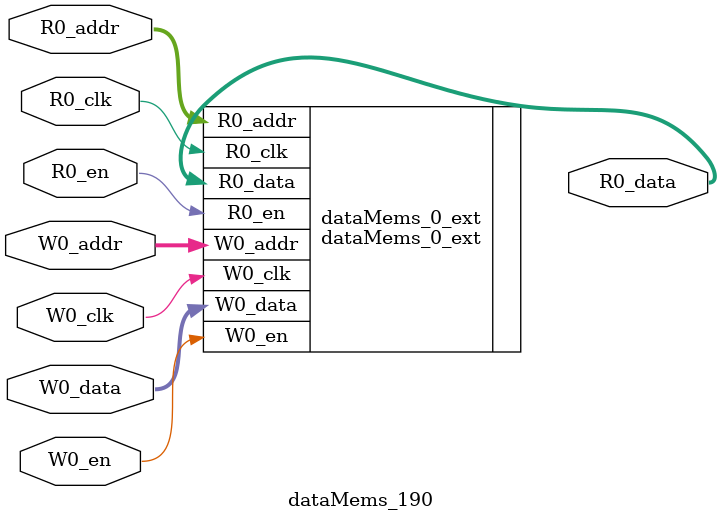
<source format=sv>
`ifndef RANDOMIZE
  `ifdef RANDOMIZE_REG_INIT
    `define RANDOMIZE
  `endif // RANDOMIZE_REG_INIT
`endif // not def RANDOMIZE
`ifndef RANDOMIZE
  `ifdef RANDOMIZE_MEM_INIT
    `define RANDOMIZE
  `endif // RANDOMIZE_MEM_INIT
`endif // not def RANDOMIZE

`ifndef RANDOM
  `define RANDOM $random
`endif // not def RANDOM

// Users can define 'PRINTF_COND' to add an extra gate to prints.
`ifndef PRINTF_COND_
  `ifdef PRINTF_COND
    `define PRINTF_COND_ (`PRINTF_COND)
  `else  // PRINTF_COND
    `define PRINTF_COND_ 1
  `endif // PRINTF_COND
`endif // not def PRINTF_COND_

// Users can define 'ASSERT_VERBOSE_COND' to add an extra gate to assert error printing.
`ifndef ASSERT_VERBOSE_COND_
  `ifdef ASSERT_VERBOSE_COND
    `define ASSERT_VERBOSE_COND_ (`ASSERT_VERBOSE_COND)
  `else  // ASSERT_VERBOSE_COND
    `define ASSERT_VERBOSE_COND_ 1
  `endif // ASSERT_VERBOSE_COND
`endif // not def ASSERT_VERBOSE_COND_

// Users can define 'STOP_COND' to add an extra gate to stop conditions.
`ifndef STOP_COND_
  `ifdef STOP_COND
    `define STOP_COND_ (`STOP_COND)
  `else  // STOP_COND
    `define STOP_COND_ 1
  `endif // STOP_COND
`endif // not def STOP_COND_

// Users can define INIT_RANDOM as general code that gets injected into the
// initializer block for modules with registers.
`ifndef INIT_RANDOM
  `define INIT_RANDOM
`endif // not def INIT_RANDOM

// If using random initialization, you can also define RANDOMIZE_DELAY to
// customize the delay used, otherwise 0.002 is used.
`ifndef RANDOMIZE_DELAY
  `define RANDOMIZE_DELAY 0.002
`endif // not def RANDOMIZE_DELAY

// Define INIT_RANDOM_PROLOG_ for use in our modules below.
`ifndef INIT_RANDOM_PROLOG_
  `ifdef RANDOMIZE
    `ifdef VERILATOR
      `define INIT_RANDOM_PROLOG_ `INIT_RANDOM
    `else  // VERILATOR
      `define INIT_RANDOM_PROLOG_ `INIT_RANDOM #`RANDOMIZE_DELAY begin end
    `endif // VERILATOR
  `else  // RANDOMIZE
    `define INIT_RANDOM_PROLOG_
  `endif // RANDOMIZE
`endif // not def INIT_RANDOM_PROLOG_

// Include register initializers in init blocks unless synthesis is set
`ifndef SYNTHESIS
  `ifndef ENABLE_INITIAL_REG_
    `define ENABLE_INITIAL_REG_
  `endif // not def ENABLE_INITIAL_REG_
`endif // not def SYNTHESIS

// Include rmemory initializers in init blocks unless synthesis is set
`ifndef SYNTHESIS
  `ifndef ENABLE_INITIAL_MEM_
    `define ENABLE_INITIAL_MEM_
  `endif // not def ENABLE_INITIAL_MEM_
`endif // not def SYNTHESIS

module dataMems_190(	// @[generators/ara/src/main/scala/UnsafeAXI4ToTL.scala:365:62]
  input  [4:0]   R0_addr,
  input          R0_en,
  input          R0_clk,
  output [130:0] R0_data,
  input  [4:0]   W0_addr,
  input          W0_en,
  input          W0_clk,
  input  [130:0] W0_data
);

  dataMems_0_ext dataMems_0_ext (	// @[generators/ara/src/main/scala/UnsafeAXI4ToTL.scala:365:62]
    .R0_addr (R0_addr),
    .R0_en   (R0_en),
    .R0_clk  (R0_clk),
    .R0_data (R0_data),
    .W0_addr (W0_addr),
    .W0_en   (W0_en),
    .W0_clk  (W0_clk),
    .W0_data (W0_data)
  );
endmodule


</source>
